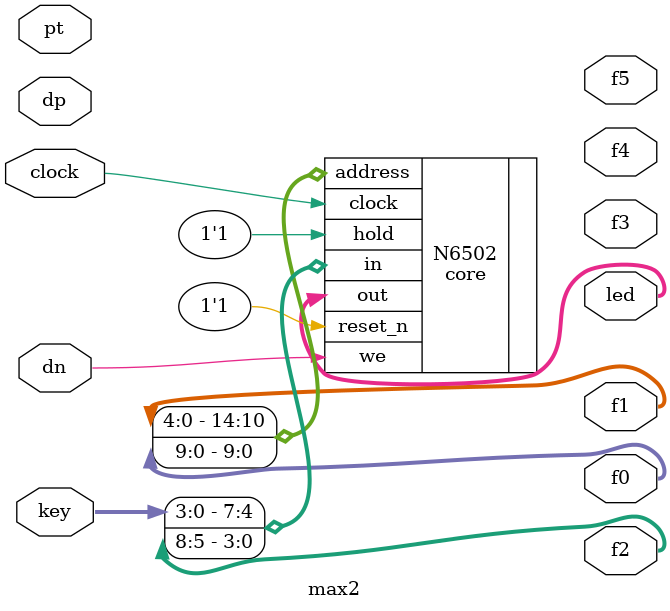
<source format=v>
module max2
(
    input  wire         clock, // 100 Mhz (pd)
    input  wire [3:0]   key,   // 4 кнопки
    output wire [7:0]   led,   // 8 светодиодов
    output wire [9:0]   f0,    // Силовой двигатель 0
    output wire [9:0]   f1,    // Силовой двигатель 1
    output wire [9:0]   f2,    // Силовой двигатель 2
    output wire [9:0]   f3,    // Силовой двигатель 3
    output wire [9:0]   f4,    // Силовой двигатель 4
    output wire [9:0]   f5,    // Силовой двигатель 5
    inout  wire         dp,    // DP для USB
    inout  wire         dn,    // DN для USB
    inout  wire         pt     // Свободный контакт
);

core N6502
(
    .clock   (clock),
    .hold    (1'b1),
    .reset_n (1'b1),
    .address ({f1[4:0], f0[9:0]}),
    .in      ({key, f2[8:5]}),
    .out     (led),
    .we      (dn)
);

endmodule

`include "../core.v"

</source>
